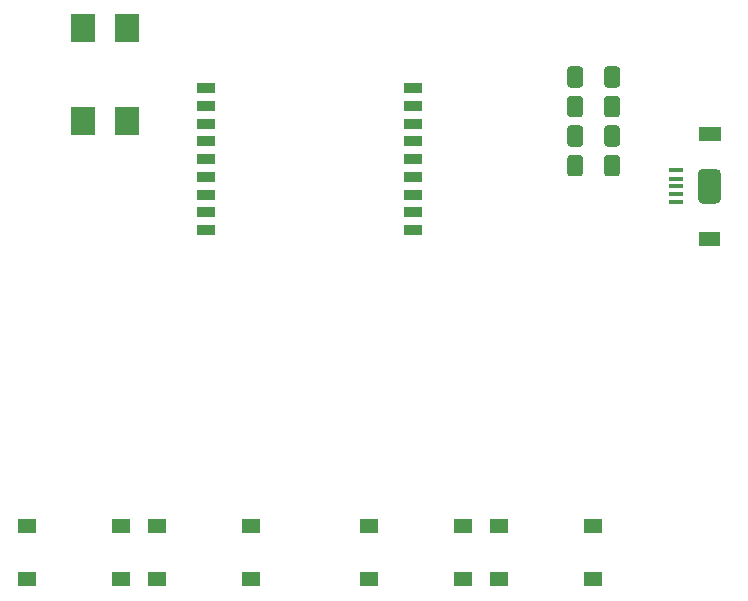
<source format=gbr>
%TF.GenerationSoftware,KiCad,Pcbnew,(5.1.10)-1*%
%TF.CreationDate,2021-10-03T21:55:55+02:00*%
%TF.ProjectId,KitchenTimer,4b697463-6865-46e5-9469-6d65722e6b69,rev?*%
%TF.SameCoordinates,Original*%
%TF.FileFunction,Paste,Top*%
%TF.FilePolarity,Positive*%
%FSLAX46Y46*%
G04 Gerber Fmt 4.6, Leading zero omitted, Abs format (unit mm)*
G04 Created by KiCad (PCBNEW (5.1.10)-1) date 2021-10-03 21:55:55*
%MOMM*%
%LPD*%
G01*
G04 APERTURE LIST*
%ADD10C,0.100000*%
%ADD11R,1.500000X0.900000*%
%ADD12R,1.250000X0.400000*%
%ADD13R,1.550000X1.300000*%
%ADD14R,2.100000X2.400000*%
G04 APERTURE END LIST*
D10*
%TO.C,J2*%
G36*
X84650000Y-37400000D02*
G01*
X84650000Y-38500000D01*
X82900000Y-38500000D01*
X82900000Y-37400000D01*
X84650000Y-37400000D01*
G37*
X84650000Y-37400000D02*
X84650000Y-38500000D01*
X82900000Y-38500000D01*
X82900000Y-37400000D01*
X84650000Y-37400000D01*
G36*
X82900000Y-29600000D02*
G01*
X82900000Y-28450000D01*
X84700000Y-28450000D01*
X84700000Y-29600000D01*
X82900000Y-29600000D01*
G37*
X82900000Y-29600000D02*
X82900000Y-28450000D01*
X84700000Y-28450000D01*
X84700000Y-29600000D01*
X82900000Y-29600000D01*
%TD*%
%TO.C,C12*%
G36*
G01*
X76225000Y-26099998D02*
X76225000Y-27400002D01*
G75*
G02*
X75975002Y-27650000I-249998J0D01*
G01*
X75149998Y-27650000D01*
G75*
G02*
X74900000Y-27400002I0J249998D01*
G01*
X74900000Y-26099998D01*
G75*
G02*
X75149998Y-25850000I249998J0D01*
G01*
X75975002Y-25850000D01*
G75*
G02*
X76225000Y-26099998I0J-249998D01*
G01*
G37*
G36*
G01*
X73100000Y-26099998D02*
X73100000Y-27400002D01*
G75*
G02*
X72850002Y-27650000I-249998J0D01*
G01*
X72024998Y-27650000D01*
G75*
G02*
X71775000Y-27400002I0J249998D01*
G01*
X71775000Y-26099998D01*
G75*
G02*
X72024998Y-25850000I249998J0D01*
G01*
X72850002Y-25850000D01*
G75*
G02*
X73100000Y-26099998I0J-249998D01*
G01*
G37*
%TD*%
%TO.C,C10*%
G36*
G01*
X73100000Y-28599998D02*
X73100000Y-29900002D01*
G75*
G02*
X72850002Y-30150000I-249998J0D01*
G01*
X72024998Y-30150000D01*
G75*
G02*
X71775000Y-29900002I0J249998D01*
G01*
X71775000Y-28599998D01*
G75*
G02*
X72024998Y-28350000I249998J0D01*
G01*
X72850002Y-28350000D01*
G75*
G02*
X73100000Y-28599998I0J-249998D01*
G01*
G37*
G36*
G01*
X76225000Y-28599998D02*
X76225000Y-29900002D01*
G75*
G02*
X75975002Y-30150000I-249998J0D01*
G01*
X75149998Y-30150000D01*
G75*
G02*
X74900000Y-29900002I0J249998D01*
G01*
X74900000Y-28599998D01*
G75*
G02*
X75149998Y-28350000I249998J0D01*
G01*
X75975002Y-28350000D01*
G75*
G02*
X76225000Y-28599998I0J-249998D01*
G01*
G37*
%TD*%
D11*
%TO.C,U1*%
X41210000Y-25200000D03*
X41210000Y-26700000D03*
X41210000Y-28200000D03*
X41210000Y-29700000D03*
X41210000Y-31200000D03*
X41210000Y-32700000D03*
X41210000Y-34200000D03*
X41210000Y-35700000D03*
X41210000Y-37200000D03*
X58710000Y-37200000D03*
X58710000Y-35700000D03*
X58710000Y-34200000D03*
X58710000Y-32700000D03*
X58710000Y-31200000D03*
X58710000Y-29700000D03*
X58710000Y-28200000D03*
X58710000Y-26700000D03*
X58710000Y-25200000D03*
%TD*%
%TO.C,J2*%
G36*
G01*
X84300000Y-35000000D02*
X83300000Y-35000000D01*
G75*
G02*
X82800000Y-34500000I0J500000D01*
G01*
X82800000Y-32500000D01*
G75*
G02*
X83300000Y-32000000I500000J0D01*
G01*
X84300000Y-32000000D01*
G75*
G02*
X84800000Y-32500000I0J-500000D01*
G01*
X84800000Y-34500000D01*
G75*
G02*
X84300000Y-35000000I-500000J0D01*
G01*
G37*
D12*
X81000000Y-32150000D03*
X81000000Y-32850000D03*
X81000000Y-33500000D03*
X81000000Y-34150000D03*
X81000000Y-34800000D03*
%TD*%
%TO.C,C13*%
G36*
G01*
X76225000Y-23599998D02*
X76225000Y-24900002D01*
G75*
G02*
X75975002Y-25150000I-249998J0D01*
G01*
X75149998Y-25150000D01*
G75*
G02*
X74900000Y-24900002I0J249998D01*
G01*
X74900000Y-23599998D01*
G75*
G02*
X75149998Y-23350000I249998J0D01*
G01*
X75975002Y-23350000D01*
G75*
G02*
X76225000Y-23599998I0J-249998D01*
G01*
G37*
G36*
G01*
X73100000Y-23599998D02*
X73100000Y-24900002D01*
G75*
G02*
X72850002Y-25150000I-249998J0D01*
G01*
X72024998Y-25150000D01*
G75*
G02*
X71775000Y-24900002I0J249998D01*
G01*
X71775000Y-23599998D01*
G75*
G02*
X72024998Y-23350000I249998J0D01*
G01*
X72850002Y-23350000D01*
G75*
G02*
X73100000Y-23599998I0J-249998D01*
G01*
G37*
%TD*%
%TO.C,C9*%
G36*
G01*
X73100000Y-31099998D02*
X73100000Y-32400002D01*
G75*
G02*
X72850002Y-32650000I-249998J0D01*
G01*
X72024998Y-32650000D01*
G75*
G02*
X71775000Y-32400002I0J249998D01*
G01*
X71775000Y-31099998D01*
G75*
G02*
X72024998Y-30850000I249998J0D01*
G01*
X72850002Y-30850000D01*
G75*
G02*
X73100000Y-31099998I0J-249998D01*
G01*
G37*
G36*
G01*
X76225000Y-31099998D02*
X76225000Y-32400002D01*
G75*
G02*
X75975002Y-32650000I-249998J0D01*
G01*
X75149998Y-32650000D01*
G75*
G02*
X74900000Y-32400002I0J249998D01*
G01*
X74900000Y-31099998D01*
G75*
G02*
X75149998Y-30850000I249998J0D01*
G01*
X75975002Y-30850000D01*
G75*
G02*
X76225000Y-31099998I0J-249998D01*
G01*
G37*
%TD*%
D13*
%TO.C,SW6*%
X44975000Y-62250000D03*
X44975000Y-66750000D03*
X37025000Y-66750000D03*
X37025000Y-62250000D03*
%TD*%
%TO.C,SW5*%
X33975000Y-62250000D03*
X33975000Y-66750000D03*
X26025000Y-66750000D03*
X26025000Y-62250000D03*
%TD*%
%TO.C,SW4*%
X73975000Y-62250000D03*
X73975000Y-66750000D03*
X66025000Y-66750000D03*
X66025000Y-62250000D03*
%TD*%
%TO.C,SW3*%
X62975000Y-62250000D03*
X62975000Y-66750000D03*
X55025000Y-66750000D03*
X55025000Y-62250000D03*
%TD*%
D14*
%TO.C,SW2*%
X30750000Y-27940000D03*
X30750000Y-20140000D03*
%TD*%
%TO.C,SW1*%
X34500000Y-27940000D03*
X34500000Y-20140000D03*
%TD*%
M02*

</source>
